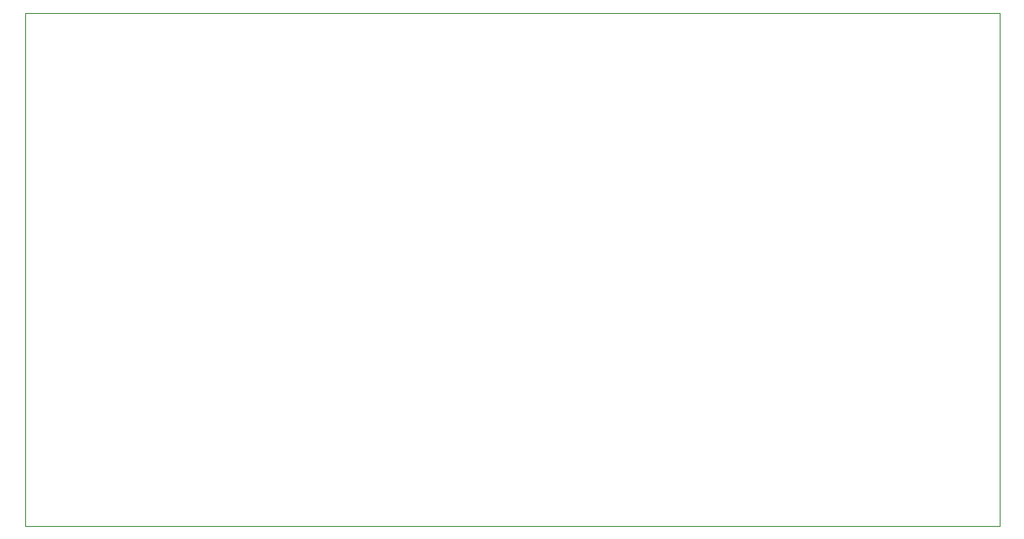
<source format=gm1>
G04 #@! TF.GenerationSoftware,KiCad,Pcbnew,(6.0.7)*
G04 #@! TF.CreationDate,2022-11-24T14:56:22+11:00*
G04 #@! TF.ProjectId,epic esc with regen,65706963-2065-4736-9320-776974682072,rev?*
G04 #@! TF.SameCoordinates,Original*
G04 #@! TF.FileFunction,Profile,NP*
%FSLAX46Y46*%
G04 Gerber Fmt 4.6, Leading zero omitted, Abs format (unit mm)*
G04 Created by KiCad (PCBNEW (6.0.7)) date 2022-11-24 14:56:22*
%MOMM*%
%LPD*%
G01*
G04 APERTURE LIST*
G04 #@! TA.AperFunction,Profile*
%ADD10C,0.100000*%
G04 #@! TD*
G04 APERTURE END LIST*
D10*
X85000000Y-110000000D02*
X180000000Y-110000000D01*
X85000000Y-60000000D02*
X85000000Y-110000000D01*
X180000000Y-60000000D02*
X85000000Y-60000000D01*
X180000000Y-110000000D02*
X180000000Y-60000000D01*
M02*

</source>
